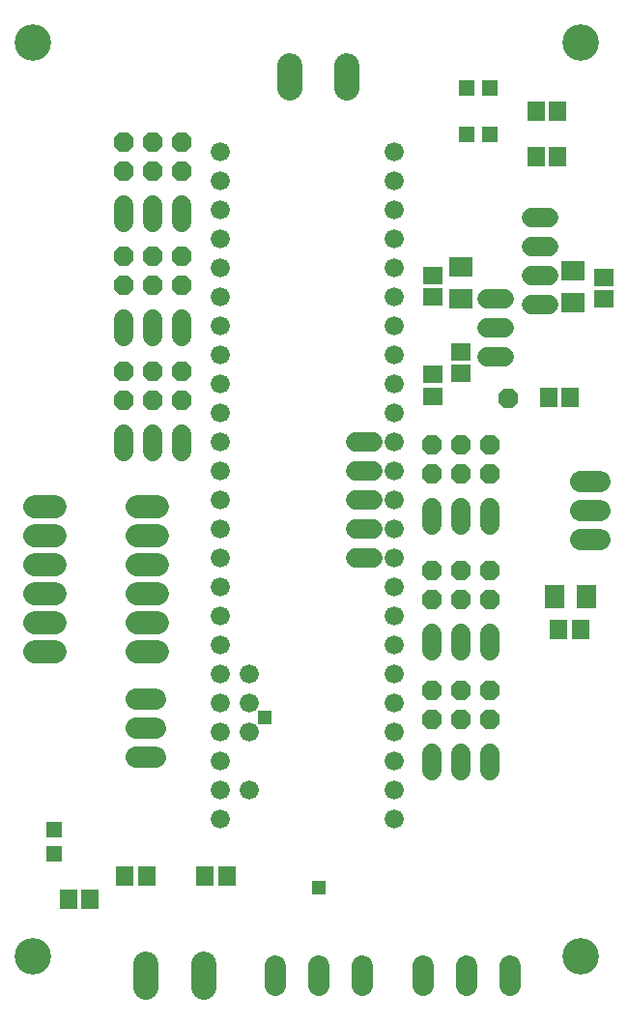
<source format=gts>
G75*
%MOIN*%
%OFA0B0*%
%FSLAX25Y25*%
%IPPOS*%
%LPD*%
%AMOC8*
5,1,8,0,0,1.08239X$1,22.5*
%
%ADD10R,0.05524X0.05524*%
%ADD11C,0.06800*%
%ADD12OC8,0.06800*%
%ADD13R,0.05918X0.06706*%
%ADD14C,0.06600*%
%ADD15R,0.07099X0.07887*%
%ADD16C,0.12611*%
%ADD17C,0.08600*%
%ADD18C,0.07400*%
%ADD19C,0.07887*%
%ADD20R,0.06706X0.05918*%
%ADD21R,0.07887X0.07099*%
%ADD22R,0.04762X0.04762*%
D10*
X0296885Y0261885D03*
X0296885Y0270153D03*
X0439011Y0510074D03*
X0447279Y0510074D03*
X0447279Y0525822D03*
X0439011Y0525822D03*
D11*
X0461602Y0481373D02*
X0467602Y0481373D01*
X0467602Y0471373D02*
X0461602Y0471373D01*
X0461602Y0461373D02*
X0467602Y0461373D01*
X0467602Y0451373D02*
X0461602Y0451373D01*
X0452050Y0453145D02*
X0446050Y0453145D01*
X0446050Y0443145D02*
X0452050Y0443145D01*
X0452050Y0433145D02*
X0446050Y0433145D01*
X0406775Y0404090D02*
X0400775Y0404090D01*
X0400775Y0394090D02*
X0406775Y0394090D01*
X0406775Y0384090D02*
X0400775Y0384090D01*
X0400775Y0374090D02*
X0406775Y0374090D01*
X0406775Y0364090D02*
X0400775Y0364090D01*
X0427239Y0375184D02*
X0427239Y0381184D01*
X0437239Y0381184D02*
X0437239Y0375184D01*
X0447239Y0375184D02*
X0447239Y0381184D01*
X0447239Y0337877D02*
X0447239Y0331877D01*
X0437239Y0331877D02*
X0437239Y0337877D01*
X0427239Y0337877D02*
X0427239Y0331877D01*
X0427239Y0296539D02*
X0427239Y0290539D01*
X0437239Y0290539D02*
X0437239Y0296539D01*
X0447239Y0296539D02*
X0447239Y0290539D01*
X0340940Y0400775D02*
X0340940Y0406775D01*
X0330940Y0406775D02*
X0330940Y0400775D01*
X0320940Y0400775D02*
X0320940Y0406775D01*
X0320940Y0440145D02*
X0320940Y0446145D01*
X0330940Y0446145D02*
X0330940Y0440145D01*
X0340940Y0440145D02*
X0340940Y0446145D01*
X0340940Y0479515D02*
X0340940Y0485515D01*
X0330940Y0485515D02*
X0330940Y0479515D01*
X0320940Y0479515D02*
X0320940Y0485515D01*
D12*
X0320940Y0497200D03*
X0320940Y0507200D03*
X0330940Y0507200D03*
X0330940Y0497200D03*
X0340940Y0497200D03*
X0340940Y0507200D03*
X0340940Y0467830D03*
X0330940Y0467830D03*
X0320940Y0467830D03*
X0320940Y0457830D03*
X0330940Y0457830D03*
X0340940Y0457830D03*
X0340940Y0428460D03*
X0330940Y0428460D03*
X0330940Y0418460D03*
X0340940Y0418460D03*
X0320940Y0418460D03*
X0320940Y0428460D03*
X0427239Y0402869D03*
X0427239Y0392869D03*
X0437239Y0392869D03*
X0447239Y0392869D03*
X0447239Y0402869D03*
X0437239Y0402869D03*
X0453578Y0419129D03*
X0447239Y0359562D03*
X0437239Y0359562D03*
X0427239Y0359562D03*
X0427239Y0349562D03*
X0437239Y0349562D03*
X0447239Y0349562D03*
X0447239Y0318224D03*
X0437239Y0318224D03*
X0437239Y0308224D03*
X0447239Y0308224D03*
X0427239Y0308224D03*
X0427239Y0318224D03*
D13*
X0470901Y0339208D03*
X0478381Y0339208D03*
X0474838Y0419326D03*
X0467357Y0419326D03*
X0470507Y0502200D03*
X0463027Y0502200D03*
X0463027Y0517948D03*
X0470507Y0517948D03*
X0356334Y0254169D03*
X0348854Y0254169D03*
X0328775Y0254169D03*
X0321294Y0254169D03*
X0309247Y0246176D03*
X0301767Y0246176D03*
D14*
X0354090Y0274090D03*
X0354090Y0284090D03*
X0364090Y0284090D03*
X0354090Y0294090D03*
X0354090Y0304090D03*
X0364090Y0304090D03*
X0364090Y0314090D03*
X0364090Y0324090D03*
X0354090Y0324090D03*
X0354090Y0334090D03*
X0354090Y0344090D03*
X0354090Y0354090D03*
X0354090Y0364090D03*
X0354090Y0374090D03*
X0354090Y0384090D03*
X0354090Y0394090D03*
X0354090Y0404090D03*
X0354090Y0414090D03*
X0354090Y0424090D03*
X0354090Y0434090D03*
X0354090Y0444090D03*
X0354090Y0454090D03*
X0354090Y0464090D03*
X0354090Y0474090D03*
X0354090Y0484090D03*
X0354090Y0494090D03*
X0354090Y0504090D03*
X0414090Y0504090D03*
X0414090Y0494090D03*
X0414090Y0484090D03*
X0414090Y0474090D03*
X0414090Y0464090D03*
X0414090Y0454090D03*
X0414090Y0444090D03*
X0414090Y0434090D03*
X0414090Y0424090D03*
X0414090Y0414090D03*
X0414090Y0404090D03*
X0414090Y0394090D03*
X0414090Y0384090D03*
X0414090Y0374090D03*
X0414090Y0364090D03*
X0414090Y0354090D03*
X0414090Y0344090D03*
X0414090Y0334090D03*
X0414090Y0324090D03*
X0414090Y0314090D03*
X0414090Y0304090D03*
X0414090Y0294090D03*
X0414090Y0284090D03*
X0414090Y0274090D03*
X0354090Y0314090D03*
D15*
X0469326Y0350625D03*
X0480350Y0350625D03*
D16*
X0289602Y0226609D03*
X0478578Y0226609D03*
X0478578Y0541570D03*
X0289602Y0541570D03*
D17*
X0378227Y0533659D02*
X0378227Y0525859D01*
X0397927Y0525859D02*
X0397927Y0533659D01*
X0348320Y0223817D02*
X0348320Y0216017D01*
X0328620Y0216017D02*
X0328620Y0223817D01*
D18*
X0373027Y0223217D02*
X0373027Y0216617D01*
X0388027Y0216617D02*
X0388027Y0223217D01*
X0403027Y0223217D02*
X0403027Y0216617D01*
X0424208Y0216617D02*
X0424208Y0223217D01*
X0439208Y0223217D02*
X0439208Y0216617D01*
X0454208Y0216617D02*
X0454208Y0223217D01*
X0331642Y0295350D02*
X0325042Y0295350D01*
X0325042Y0305350D02*
X0331642Y0305350D01*
X0331642Y0315350D02*
X0325042Y0315350D01*
X0478585Y0370153D02*
X0485185Y0370153D01*
X0485185Y0380153D02*
X0478585Y0380153D01*
X0478585Y0390153D02*
X0485185Y0390153D01*
D19*
X0332515Y0381531D02*
X0325428Y0381531D01*
X0325428Y0371531D02*
X0332515Y0371531D01*
X0332515Y0361531D02*
X0325428Y0361531D01*
X0325428Y0351531D02*
X0332515Y0351531D01*
X0332515Y0341531D02*
X0325428Y0341531D01*
X0325428Y0331531D02*
X0332515Y0331531D01*
X0297082Y0331531D02*
X0289995Y0331531D01*
X0289995Y0341531D02*
X0297082Y0341531D01*
X0297082Y0351531D02*
X0289995Y0351531D01*
X0289995Y0361531D02*
X0297082Y0361531D01*
X0297082Y0371531D02*
X0289995Y0371531D01*
X0289995Y0381531D02*
X0297082Y0381531D01*
D20*
X0427397Y0419720D03*
X0427397Y0427200D03*
X0437239Y0427594D03*
X0437239Y0435074D03*
X0427397Y0453972D03*
X0427397Y0461452D03*
X0486452Y0460665D03*
X0486452Y0453184D03*
D21*
X0475822Y0452003D03*
X0475822Y0463027D03*
X0437239Y0464405D03*
X0437239Y0453381D03*
D22*
X0369523Y0309090D03*
X0388027Y0250231D03*
M02*

</source>
